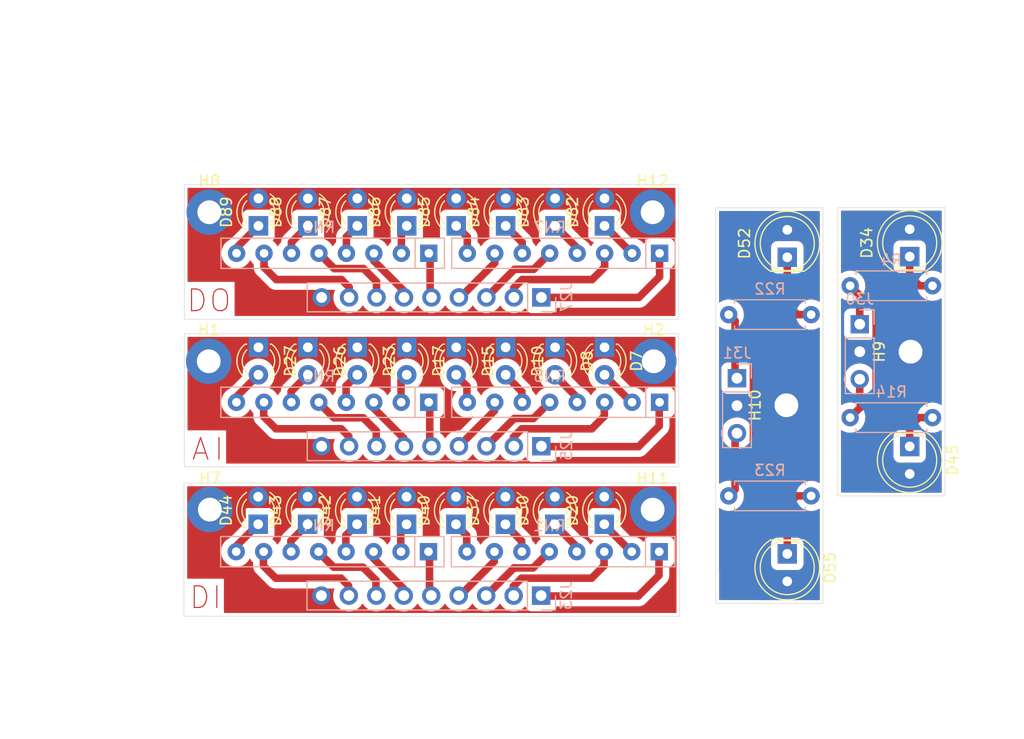
<source format=kicad_pcb>
(kicad_pcb
	(version 20240108)
	(generator "pcbnew")
	(generator_version "8.0")
	(general
		(thickness 1.6)
		(legacy_teardrops no)
	)
	(paper "A4")
	(layers
		(0 "F.Cu" signal)
		(1 "In1.Cu" signal)
		(2 "In2.Cu" signal)
		(31 "B.Cu" signal)
		(32 "B.Adhes" user "B.Adhesive")
		(33 "F.Adhes" user "F.Adhesive")
		(34 "B.Paste" user)
		(35 "F.Paste" user)
		(36 "B.SilkS" user "B.Silkscreen")
		(37 "F.SilkS" user "F.Silkscreen")
		(38 "B.Mask" user)
		(39 "F.Mask" user)
		(40 "Dwgs.User" user "User.Drawings")
		(41 "Cmts.User" user "User.Comments")
		(42 "Eco1.User" user "User.Eco1")
		(43 "Eco2.User" user "User.Eco2")
		(44 "Edge.Cuts" user)
		(45 "Margin" user)
		(46 "B.CrtYd" user "B.Courtyard")
		(47 "F.CrtYd" user "F.Courtyard")
		(48 "B.Fab" user)
		(49 "F.Fab" user)
		(50 "User.1" user)
		(51 "User.2" user)
		(52 "User.3" user)
		(53 "User.4" user)
		(54 "User.5" user)
		(55 "User.6" user)
		(56 "User.7" user)
		(57 "User.8" user)
		(58 "User.9" user)
	)
	(setup
		(stackup
			(layer "F.SilkS"
				(type "Top Silk Screen")
			)
			(layer "F.Paste"
				(type "Top Solder Paste")
			)
			(layer "F.Mask"
				(type "Top Solder Mask")
				(thickness 0.01)
			)
			(layer "F.Cu"
				(type "copper")
				(thickness 0.035)
			)
			(layer "dielectric 1"
				(type "prepreg")
				(thickness 0.1)
				(material "FR4")
				(epsilon_r 4.5)
				(loss_tangent 0.02)
			)
			(layer "In1.Cu"
				(type "copper")
				(thickness 0.035)
			)
			(layer "dielectric 2"
				(type "core")
				(thickness 1.24)
				(material "FR4")
				(epsilon_r 4.5)
				(loss_tangent 0.02)
			)
			(layer "In2.Cu"
				(type "copper")
				(thickness 0.035)
			)
			(layer "dielectric 3"
				(type "prepreg")
				(thickness 0.1)
				(material "FR4")
				(epsilon_r 4.5)
				(loss_tangent 0.02)
			)
			(layer "B.Cu"
				(type "copper")
				(thickness 0.035)
			)
			(layer "B.Mask"
				(type "Bottom Solder Mask")
				(thickness 0.01)
			)
			(layer "B.Paste"
				(type "Bottom Solder Paste")
			)
			(layer "B.SilkS"
				(type "Bottom Silk Screen")
				(color "Red")
			)
			(copper_finish "None")
			(dielectric_constraints no)
		)
		(pad_to_mask_clearance 0)
		(allow_soldermask_bridges_in_footprints no)
		(pcbplotparams
			(layerselection 0x0001000_fffffff9)
			(plot_on_all_layers_selection 0x0000000_00000000)
			(disableapertmacros no)
			(usegerberextensions no)
			(usegerberattributes no)
			(usegerberadvancedattributes yes)
			(creategerberjobfile yes)
			(dashed_line_dash_ratio 12.000000)
			(dashed_line_gap_ratio 3.000000)
			(svgprecision 4)
			(plotframeref no)
			(viasonmask no)
			(mode 1)
			(useauxorigin no)
			(hpglpennumber 1)
			(hpglpenspeed 20)
			(hpglpendiameter 15.000000)
			(pdf_front_fp_property_popups yes)
			(pdf_back_fp_property_popups yes)
			(dxfpolygonmode yes)
			(dxfimperialunits yes)
			(dxfusepcbnewfont yes)
			(psnegative no)
			(psa4output no)
			(plotreference no)
			(plotvalue no)
			(plotfptext no)
			(plotinvisibletext no)
			(sketchpadsonfab no)
			(subtractmaskfromsilk no)
			(outputformat 1)
			(mirror no)
			(drillshape 0)
			(scaleselection 1)
			(outputdirectory "export/")
		)
	)
	(net 0 "")
	(net 1 "Net-(D45-K)")
	(net 2 "Net-(D7-A)")
	(net 3 "Net-(D8-A)")
	(net 4 "Net-(D10-A)")
	(net 5 "Net-(D15-A)")
	(net 6 "Net-(D17-A)")
	(net 7 "Net-(D23-A)")
	(net 8 "Net-(D26-A)")
	(net 9 "Net-(D27-A)")
	(net 10 "Net-(D82-K)")
	(net 11 "Net-(D83-K)")
	(net 12 "Net-(D84-K)")
	(net 13 "Net-(D85-K)")
	(net 14 "Net-(D86-K)")
	(net 15 "Net-(D87-K)")
	(net 16 "Net-(D88-K)")
	(net 17 "Net-(D89-K)")
	(net 18 "Net-(J25-Pin_8)")
	(net 19 "Net-(J25-Pin_5)")
	(net 20 "Net-(J25-Pin_7)")
	(net 21 "Net-(J25-Pin_2)")
	(net 22 "Net-(J25-Pin_6)")
	(net 23 "Net-(J25-Pin_1)")
	(net 24 "Net-(J25-Pin_4)")
	(net 25 "Net-(J25-Pin_3)")
	(net 26 "Net-(J27-Pin_4)")
	(net 27 "Net-(J27-Pin_8)")
	(net 28 "Net-(J27-Pin_1)")
	(net 29 "Net-(J27-Pin_5)")
	(net 30 "Net-(J27-Pin_6)")
	(net 31 "Net-(J27-Pin_7)")
	(net 32 "Net-(J27-Pin_3)")
	(net 33 "Net-(J27-Pin_2)")
	(net 34 "Net-(D20-K)")
	(net 35 "Net-(D30-K)")
	(net 36 "Net-(D37-K)")
	(net 37 "Net-(D40-K)")
	(net 38 "Net-(D41-K)")
	(net 39 "Net-(D42-K)")
	(net 40 "Net-(D43-K)")
	(net 41 "Net-(D44-K)")
	(net 42 "Net-(J23-Pin_1)")
	(net 43 "Net-(J23-Pin_5)")
	(net 44 "Net-(J23-Pin_3)")
	(net 45 "Net-(J23-Pin_2)")
	(net 46 "Net-(J23-Pin_8)")
	(net 47 "Net-(J23-Pin_7)")
	(net 48 "Net-(J23-Pin_4)")
	(net 49 "Net-(J23-Pin_6)")
	(net 50 "Net-(D34-K)")
	(net 51 "Net-(D52-K)")
	(net 52 "Net-(D55-K)")
	(net 53 "Net-(J30-Pin_3)")
	(net 54 "Net-(J30-Pin_1)")
	(net 55 "Net-(J31-Pin_3)")
	(net 56 "Net-(J31-Pin_1)")
	(net 57 "/8x-LED-common-cathode_external/COM")
	(net 58 "/2x-LED-common-anode_external_1/COM")
	(net 59 "/2x-LED-common-anode_external_/COM")
	(net 60 "/8x-LED-common-anode_external1/COM")
	(net 61 "/8x-LED-common-anode_external/COM")
	(footprint "LED_THT:LED_D3.0mm_IRGrey" (layer "F.Cu") (at 161.56615 53.7703 90))
	(footprint "LED_THT:LED_D3.0mm_IRGrey" (layer "F.Cu") (at 143.27815 65.00185 -90))
	(footprint "LED_THT:LED_D3.0mm_IRGrey" (layer "F.Cu") (at 152.42215 53.7703 90))
	(footprint "LED_THT:LED_D3.0mm_IRGrey" (layer "F.Cu") (at 175.28215 65.00185 -90))
	(footprint "LED_THT:LED_D3.0mm_IRGrey" (layer "F.Cu") (at 170.71015 65.00185 -90))
	(footprint "LED_THT:LED_D3.0mm_IRGrey" (layer "F.Cu") (at 166.13815 53.7703 90))
	(footprint "LED_THT:LED_D3.0mm_IRGrey" (layer "F.Cu") (at 156.972 81.3662 90))
	(footprint "LED_THT:LED_D3.0mm_IRGrey" (layer "F.Cu") (at 143.27815 53.7703 90))
	(footprint "LED_THT:LED_D5.0mm_IRGrey" (layer "F.Cu") (at 192.18 84.101 -90))
	(footprint "custom-footprints1:MountingHole_2.2mm_NPTH-with-pad" (layer "F.Cu") (at 138.7856 80.01))
	(footprint "LED_THT:LED_D3.0mm_IRGrey" (layer "F.Cu") (at 166.13815 65.00185 -90))
	(footprint "LED_THT:LED_D5.0mm_IRGrey" (layer "F.Cu") (at 192.18 56.674 90))
	(footprint "custom-footprints1:MountingHole_2.2mm_NPTH-with-pad" (layer "F.Cu") (at 179.832 66.294))
	(footprint "LED_THT:LED_D3.0mm_IRGrey" (layer "F.Cu") (at 147.85015 53.7703 90))
	(footprint "custom-footprints1:MountingHole_2.2mm_NPTH-with-pad" (layer "F.Cu") (at 138.684 66.294))
	(footprint "LED_THT:LED_D3.0mm_IRGrey" (layer "F.Cu") (at 147.828 81.3612 90))
	(footprint "LED_THT:LED_D3.0mm_IRGrey" (layer "F.Cu") (at 152.4 81.3612 90))
	(footprint "LED_THT:LED_D3.0mm_IRGrey" (layer "F.Cu") (at 143.256 81.3612 90))
	(footprint "custom-footprints1:MountingHole_2.2mm_NPTH-with-pad" (layer "F.Cu") (at 203.581 65.405 90))
	(footprint "LED_THT:LED_D3.0mm_IRGrey" (layer "F.Cu") (at 156.99415 53.7703 90))
	(footprint "LED_THT:LED_D3.0mm_IRGrey" (layer "F.Cu") (at 170.71015 53.7703 90))
	(footprint "LED_THT:LED_D3.0mm_IRGrey" (layer "F.Cu") (at 161.544 81.3662 90))
	(footprint "custom-footprints1:MountingHole_2.2mm_NPTH-with-pad" (layer "F.Cu") (at 179.7304 52.50875))
	(footprint "custom-footprints1:MountingHole_2.2mm_NPTH-with-pad" (layer "F.Cu") (at 138.7348 52.50875))
	(footprint "LED_THT:LED_D3.0mm_IRGrey" (layer "F.Cu") (at 156.99415 65.00185 -90))
	(footprint "LED_THT:LED_D3.0mm_IRGrey" (layer "F.Cu") (at 161.56615 65.00185 -90))
	(footprint "custom-footprints1:MountingHole_2.2mm_NPTH-with-pad" (layer "F.Cu") (at 179.7304 80.01))
	(footprint "LED_THT:LED_D5.0mm_IRGrey" (layer "F.Cu") (at 203.503 74.168 -90))
	(footprint "LED_THT:LED_D3.0mm_IRGrey" (layer "F.Cu") (at 166.116 81.3662 90))
	(footprint "LED_THT:LED_D3.0mm_IRGrey" (layer "F.Cu") (at 152.42215 65.00185 -90))
	(footprint "LED_THT:LED_D3.0mm_IRGrey" (layer "F.Cu") (at 170.688 81.3662 90))
	(footprint "LED_THT:LED_D3.0mm_IRGrey" (layer "F.Cu") (at 147.85015 65.00185 -90))
	(footprint "LED_THT:LED_D3.0mm_IRGrey" (layer "F.Cu") (at 175.28215 53.7703 90))
	(footprint "LED_THT:LED_D3.0mm_IRGrey" (layer "F.Cu") (at 175.26 81.3612 90))
	(footprint "custom-footprints1:MountingHole_2.2mm_NPTH-with-pad" (layer "F.Cu") (at 192.102 70.358 90))
	(footprint "LED_THT:LED_D5.0mm_IRGrey" (layer "F.Cu") (at 203.503 56.615 90))
	(footprint "Connector_PinHeader_2.54mm:PinHeader_1x09_P2.54mm_Vertical" (layer "B.Cu") (at 169.44015 74.14585 90))
	(footprint "Connector_PinHeader_2.54mm:PinHeader_1x09_P2.54mm_Vertical" (layer "B.Cu") (at 169.44015 60.386 90))
	(footprint "Resistor_THT:R_Array_SIP8" (layer "B.Cu") (at 180.37215 56.3053 180))
	(footprint "Resistor_THT:R_Axial_DIN0207_L6.3mm_D2.5mm_P7.62mm_Horizontal" (layer "B.Cu") (at 205.613 59.309 180))
	(footprint "Resistor_THT:R_Axial_DIN0207_L6.3mm_D2.5mm_P7.62mm_Horizontal"
		(layer "B.Cu")
		(uuid "48e705f1-04d1-499c-a015-bea056864ff5")
		(at 194.388 78.74 180)
		(descr "Resistor, Axial_DIN0207 series, Axial, Horizontal, pin pitch=7.62mm, 0.25W = 1/4W, length*diameter=6.3*2.5mm^2, http://cdn-reichelt.de/documents/datenblatt/B400/1_4W%23YAG.pdf")
		(tags "Resistor Axial_DIN0207 series Axial Horizontal pin pitch 7.62mm 0.25W = 1/4W length 6.3mm diameter 2.5mm")
		(property "Reference" "R23"
			(at 3.81 2.37 0)
			(layer "B.SilkS")
			(uuid "b7d6289d-624d-46f1-a5f7-47410efc56bf")
			(effects
				(font
					(size 1 1)
					(thickness 0.15)
				)
				(justify mirror)
			)
		)
		(property "Value" "15"
			(at 3.81 -2.37 0)
			(layer "B.Fab")
			(uuid "a4584aee-efc1-4ac1-9342-db311898dfbf")
			(effects
				(font
					(size 1 1)
					(thickness 0.15)
				)
				(justify mirror)
			)
		)
		(property "Footprint" "Resistor_THT:R_Axial_DIN0207_L6.3mm_D2.5mm_P7.62mm_Horizontal"
			(at 0 0 0)
			(unlocked yes)
			(layer "B.Fab")
			(hide yes)
			(uuid "5e477f4b-865a-4fd2-ad29-2ac4a1bb78dc")
			(effects
				(font
					(size 1.27 1.27)
					(thickness 0.15)
				)
				(justify mirror)
			)
		)
		(property "Datasheet" "https://www.reichelt.com/be/en/shop/product/metal_film_resistor_15_0_ohm-11521"
			(at 0 0 0)
			(unlocked yes)
			(layer "B.Fab")
			(hide yes)
			(uuid "81e2b893-d45c-4cc8-ac21-2af58dec836b")
			(effects
				(font
					(size 1.27 1.27)
					(thickness 0.15)
				)
				(justify mirror)
			)
		)
		(property "Description" "Resistor"
			(at 0 0 0)
			(unlocked yes)
			(layer "B.Fab")
			(hide yes)
			(uuid "435b4c62-a648-47d9-b384-4e287af7c238")
			(effects
				(font
					(size 1.27 1.27)
					(thickness 0.15)
				)
				(justify mirror)
			)
		)
		(property ki_fp_filters "R_*")
		(path "/e1399958-d9c3-43df-a215-5532faee4f75/f52e3861-7b08-40ea-b759-1ae8818b4a78")
		(sheetname "2x-LED-common-anode_external_")
		(sheetfile "2x-LED-common-anode_external.kicad_sch")
		(attr through_hole)
		(fp_line
			(start 7.08 1.37)
			(end 0.54 1.37)
			(stroke
				(width 0.12)
				(type solid)
			)
			(layer "B.SilkS")
			(uuid "700fdb11-b917-40c8-b14e-5447ce4cbd11")
		)
		(fp_line
			(start 7.08 1.04)
			(end 7.08 1.37)
			(stroke
				(width 0.12)
				(type solid)
			)
			(layer "B.SilkS")
			(uuid "d2fe6ee6-9cb5-4dee-9271-2ab28338be86")
		)
		(fp_line
			(start 7.08 -1.04)
			(end 7.08 -1.37)
			(stroke
				(width 0.12)
				(type solid)
			)
			(layer "B.SilkS")
			(uuid "ff83b509-93db-469c-b249-4b1464a6c44c")
		)
		(fp_line
			(start 7.08 -1.37)
			(end 0.54 -1.37)
			(stroke
				(width 0.12)
				(type solid)
			)
			(layer "B.SilkS")
			(uuid "68921f85-e56c-4e9c-93f9-0bfd4d57ea3a")
		)
		(fp_line
			(start 0.54 1.37)
			(end 0.54 1.04)
			(stroke
				(width 0.12)
				(type solid)
			)
			(layer "B.SilkS")
			(uuid "15d96b4c-daa2-42b0-afe5-d1c0fc97b154")
		)
		(fp_line
			(start 0.54 -1.37)
			(end 0.54 -1.04)
			(stroke
				(width 0.12)
				(type solid)
			)
			(layer "B.SilkS")
			(uuid "acc0ac9c-e140-4abf-ae39-a9e08cb485f9")
		)
		(fp_line
			(start 8.67 1.5)
			(end 8.67 -1.5)
			(stroke
				(width 0.05)
				(type solid)
			)
			(layer "B.CrtYd")
			(uuid "7154b517-a79f-4eed-ae0c-dff34afc26af")
		)
		(fp_line
			(start 8.67 -1.5)
			(end -1.05 -1.5)
			(stroke
				(width 0.05)
				(type solid)
			)
			(layer "B.CrtYd")
			(uuid "2fe7da9e-1071-4cf5-ad1f-b57dfd4ef831")
		)
		(fp_line
			(start -1.05 1.5)
			(end 8.67 1.5)
			(stroke
				(width 0.05)
				(type solid)
			)
			(layer "B.CrtYd")
			(uuid "32bfdb02-aa72-4712-be06-5fef254af61d")
		)
		(fp_line
			(start -1.05 -1.5)
			(end -1.05 1.5)
			(stroke
				(width 0.05)
				(type solid)
			)
			(layer "B.CrtYd")
			(uuid "c661ef03-28e9-442a-9048-3eab231b6cd6")
		)
		(fp_line
			(start 6.96 1.25)
			(end 6.96 -1.25)
			(stroke
				(width 0.1)
				(type solid)
			)
			(layer "B.Fab")
			(uuid "8de36a1c-d71d-4b96-b650-4db7811db937")
		)
		(fp_line
			(start 6.96 0)
			(end 7.62 0)
			(stroke
				(width 0.1)
				(type solid)
			)
			(layer "B.Fab")
			(uuid "5eea79f2-71ba-4f77-8158-e1bc0e62a6e1")
		)
		(fp_line
			(start 6.96 -1.25)
			(end 0.66 -1.25)
			(stroke
				(width 0.1)
				(type solid)
			)
			(layer "B.Fab")
			(uuid "54c621b4-88ad-49f5-9ae4-79fbc6774033")
		)
		(fp_line
			(start 0.66 1.25)
			(end 6.96 1.25)
			(stroke
				(wid
... [237791 chars truncated]
</source>
